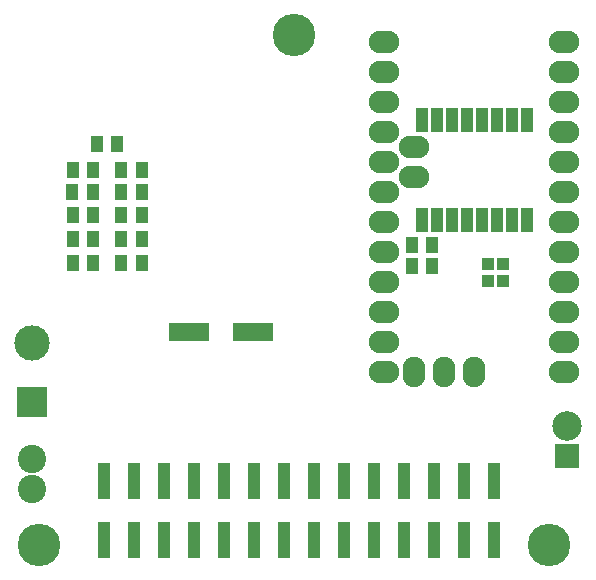
<source format=gbr>
G04 #@! TF.GenerationSoftware,KiCad,Pcbnew,(5.0.0-rc2-dev-744-gdfcdfe91f)*
G04 #@! TF.CreationDate,2018-07-03T22:34:29+02:00*
G04 #@! TF.ProjectId,SHMod24,53484D6F6432342E6B696361645F7063,rev?*
G04 #@! TF.SameCoordinates,Original*
G04 #@! TF.FileFunction,Soldermask,Top*
G04 #@! TF.FilePolarity,Negative*
%FSLAX46Y46*%
G04 Gerber Fmt 4.6, Leading zero omitted, Abs format (unit mm)*
G04 Created by KiCad (PCBNEW (5.0.0-rc2-dev-744-gdfcdfe91f)) date 07/03/18 22:34:29*
%MOMM*%
%LPD*%
G01*
G04 APERTURE LIST*
%ADD10R,1.000000X1.000000*%
%ADD11R,1.120000X1.400000*%
%ADD12C,2.398980*%
%ADD13R,1.000000X2.000000*%
%ADD14R,2.600000X2.600000*%
%ADD15C,3.000000*%
%ADD16R,2.000000X2.000000*%
%ADD17C,2.500000*%
%ADD18C,3.600000*%
%ADD19R,1.000000X3.150000*%
%ADD20O,2.599640X1.901140*%
%ADD21O,1.901140X2.599640*%
%ADD22R,3.500000X1.600000*%
G04 APERTURE END LIST*
D10*
X91933000Y-84836000D03*
X93233000Y-84836000D03*
X91933000Y-86233000D03*
X93233000Y-86233000D03*
D11*
X85480000Y-83185000D03*
X87240000Y-83185000D03*
X87240000Y-84963000D03*
X85480000Y-84963000D03*
X62642693Y-84709000D03*
X60882693Y-84709000D03*
X58538000Y-80645000D03*
X56778000Y-80645000D03*
X56778000Y-82677000D03*
X58538000Y-82677000D03*
X62642693Y-80659509D03*
X60882693Y-80659509D03*
X62642693Y-82691509D03*
X60882693Y-82691509D03*
X60570000Y-74676000D03*
X58810000Y-74676000D03*
X60880100Y-78740000D03*
X62640100Y-78740000D03*
X58538000Y-76835000D03*
X56778000Y-76835000D03*
X56769000Y-78740000D03*
X58529000Y-78740000D03*
X56778000Y-84709000D03*
X58538000Y-84709000D03*
X60880100Y-76835000D03*
X62640100Y-76835000D03*
D12*
X53340000Y-101346000D03*
D13*
X86405000Y-72581000D03*
X87675000Y-72581000D03*
X88945000Y-72581000D03*
X90215000Y-72581000D03*
X91485000Y-72581000D03*
X92755000Y-72581000D03*
X94025000Y-72581000D03*
X95295000Y-72581000D03*
D14*
X53340000Y-96520000D03*
D15*
X53340000Y-91520000D03*
D16*
X98679000Y-101092000D03*
D17*
X98679000Y-98552000D03*
D18*
X75565000Y-65405000D03*
X97155000Y-108585000D03*
X53975000Y-108585000D03*
D19*
X59436000Y-108189000D03*
X59436000Y-103139000D03*
X61976000Y-108189000D03*
X61976000Y-103139000D03*
X64516000Y-108189000D03*
X64516000Y-103139000D03*
X67056000Y-108189000D03*
X67056000Y-103139000D03*
X69596000Y-108189000D03*
X69596000Y-103139000D03*
X72136000Y-108189000D03*
X72136000Y-103139000D03*
X74676000Y-108189000D03*
X74676000Y-103139000D03*
X77216000Y-108189000D03*
X77216000Y-103139000D03*
X79756000Y-108189000D03*
X79756000Y-103139000D03*
X82296000Y-108189000D03*
X82296000Y-103139000D03*
X84836000Y-108189000D03*
X84836000Y-103139000D03*
X87376000Y-108189000D03*
X87376000Y-103139000D03*
X89916000Y-108189000D03*
X89916000Y-103139000D03*
X92456000Y-108189000D03*
X92456000Y-103139000D03*
D20*
X98425000Y-66040000D03*
X98425000Y-68580000D03*
X98425000Y-71120000D03*
X98425000Y-73660000D03*
X98425000Y-76200000D03*
X98425000Y-78740000D03*
X98425000Y-81280000D03*
X98425000Y-83820000D03*
X98425000Y-86360000D03*
X98425000Y-88900000D03*
X98425000Y-91440000D03*
X98425000Y-93980000D03*
X83185000Y-93980000D03*
X83185000Y-91440000D03*
X83185000Y-88900000D03*
X83185000Y-86360000D03*
X83185000Y-83820000D03*
X83185000Y-81280000D03*
X83185000Y-78740000D03*
X83185000Y-76200000D03*
X83185000Y-73660000D03*
X83185000Y-71120000D03*
X83185000Y-68580000D03*
X83185000Y-66040000D03*
X85725000Y-77470000D03*
X85725000Y-74930000D03*
D21*
X85725000Y-93980000D03*
X88265000Y-93980000D03*
X90805000Y-93980000D03*
D13*
X86405000Y-81090000D03*
X87675000Y-81090000D03*
X88945000Y-81090000D03*
X90215000Y-81090000D03*
X91485000Y-81090000D03*
X92755000Y-81090000D03*
X94025000Y-81090000D03*
X95295000Y-81090000D03*
D22*
X72042000Y-90551000D03*
X66642000Y-90551000D03*
D12*
X53340000Y-103886000D03*
M02*

</source>
